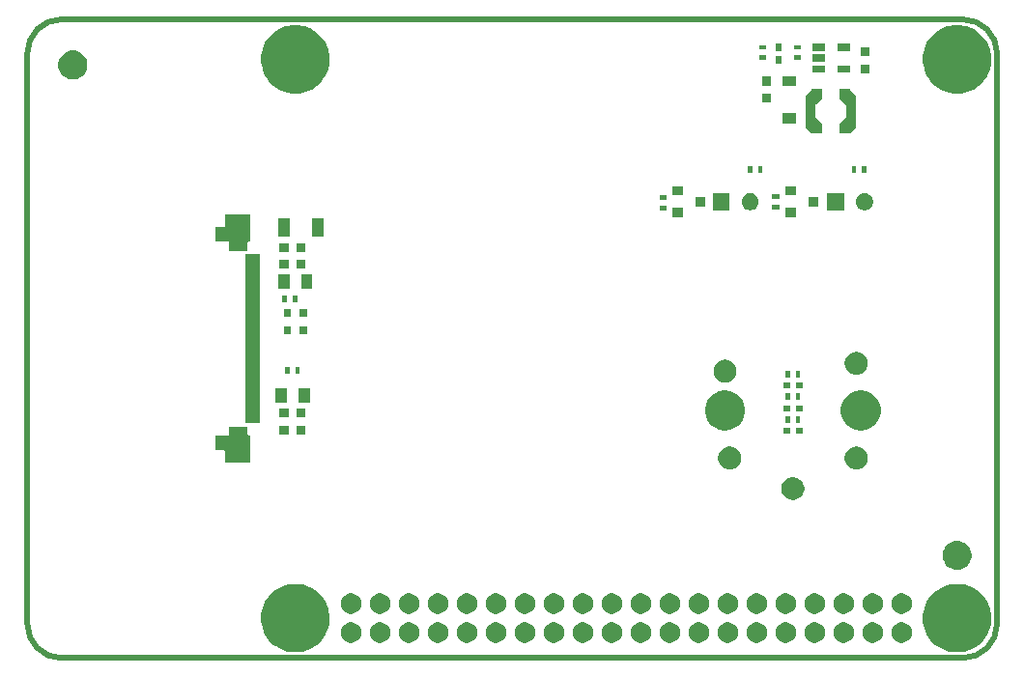
<source format=gbs>
G04 #@! TF.GenerationSoftware,KiCad,Pcbnew,5.1.6-c6e7f7d~87~ubuntu18.04.1*
G04 #@! TF.CreationDate,2020-07-27T17:04:26+02:00*
G04 #@! TF.ProjectId,DG3-MTR_GUI-PI,4447332d-4d54-4525-9f47-55492d50492e,rev?*
G04 #@! TF.SameCoordinates,PX78a3ca0PY77afa60*
G04 #@! TF.FileFunction,Soldermask,Bot*
G04 #@! TF.FilePolarity,Negative*
%FSLAX46Y46*%
G04 Gerber Fmt 4.6, Leading zero omitted, Abs format (unit mm)*
G04 Created by KiCad (PCBNEW 5.1.6-c6e7f7d~87~ubuntu18.04.1) date 2020-07-27 17:04:26*
%MOMM*%
%LPD*%
G01*
G04 APERTURE LIST*
G04 #@! TA.AperFunction,Profile*
%ADD10C,0.500000*%
G04 #@! TD*
%ADD11C,0.050000*%
G04 APERTURE END LIST*
D10*
X82000000Y0D02*
X3000000Y0D01*
X82000000Y56000000D02*
X3000000Y56000001D01*
X3000000Y0D02*
G75*
G02*
X0Y3000000I0J3000000D01*
G01*
X0Y3000000D02*
X0Y53000000D01*
X-1Y53000000D02*
G75*
G02*
X3000000Y56000001I3000001J0D01*
G01*
X82000000Y56000000D02*
G75*
G02*
X85000000Y53000000I0J-3000000D01*
G01*
X85000000Y3000000D02*
G75*
G02*
X82000000Y0I-3000000J0D01*
G01*
X85000000Y53000000D02*
X85000000Y3000000D01*
D11*
G36*
X82181870Y6423141D02*
G01*
X82375068Y6384712D01*
X82761122Y6224803D01*
X82921029Y6158568D01*
X82921033Y6158566D01*
X83168378Y5993295D01*
X83412387Y5830254D01*
X83830252Y5412389D01*
X84158566Y4921033D01*
X84384712Y4375069D01*
X84384712Y4375067D01*
X84500000Y3795476D01*
X84500000Y3204524D01*
X84445210Y2929076D01*
X84384712Y2624932D01*
X84158566Y2078967D01*
X83993295Y1831622D01*
X83830254Y1587613D01*
X83412389Y1169748D01*
X82921033Y841434D01*
X82375068Y615288D01*
X82181870Y576859D01*
X81795476Y500000D01*
X81204524Y500000D01*
X80818130Y576859D01*
X80624932Y615288D01*
X80078967Y841434D01*
X79587611Y1169748D01*
X79169748Y1587611D01*
X79169747Y1587613D01*
X79006705Y1831622D01*
X78841434Y2078967D01*
X78615288Y2624932D01*
X78554790Y2929076D01*
X78500000Y3204524D01*
X78500000Y3795476D01*
X78615288Y4375067D01*
X78615289Y4375069D01*
X78841434Y4921033D01*
X79169748Y5412389D01*
X79587611Y5830252D01*
X79587614Y5830254D01*
X79831622Y5993295D01*
X80078967Y6158566D01*
X80078972Y6158568D01*
X80238878Y6224803D01*
X80624932Y6384712D01*
X80818130Y6423141D01*
X81204524Y6500000D01*
X81795476Y6500000D01*
X82181870Y6423141D01*
G37*
G36*
X24181870Y6423142D02*
G01*
X24375068Y6384713D01*
X24921033Y6158567D01*
X24921034Y6158566D01*
X25412388Y5830254D01*
X25830253Y5412389D01*
X25876138Y5343717D01*
X26158566Y4921034D01*
X26384712Y4375069D01*
X26420274Y4196284D01*
X26500000Y3795477D01*
X26500000Y3204525D01*
X26464801Y3027570D01*
X26384712Y2624933D01*
X26257843Y2318644D01*
X26158567Y2078970D01*
X25830253Y1587613D01*
X25412388Y1169748D01*
X25168378Y1006706D01*
X24921033Y841435D01*
X24921032Y841434D01*
X24921031Y841434D01*
X24761122Y775198D01*
X24375068Y615289D01*
X24181870Y576860D01*
X23795476Y500001D01*
X23204524Y500001D01*
X22818130Y576860D01*
X22624932Y615289D01*
X22238878Y775198D01*
X22078969Y841434D01*
X22078968Y841434D01*
X22078967Y841435D01*
X21831622Y1006706D01*
X21587612Y1169748D01*
X21169747Y1587613D01*
X20841433Y2078970D01*
X20742157Y2318644D01*
X20615288Y2624933D01*
X20535199Y3027570D01*
X20500000Y3204525D01*
X20500000Y3795477D01*
X20579726Y4196284D01*
X20615288Y4375069D01*
X20841434Y4921034D01*
X21123862Y5343717D01*
X21169747Y5412389D01*
X21587612Y5830254D01*
X22078966Y6158566D01*
X22078967Y6158567D01*
X22624932Y6384713D01*
X22818130Y6423142D01*
X23204524Y6500001D01*
X23795476Y6500001D01*
X24181870Y6423142D01*
G37*
G36*
X28632520Y3095414D02*
G01*
X28796310Y3027570D01*
X28943717Y2929076D01*
X29069076Y2803717D01*
X29167570Y2656310D01*
X29167571Y2656308D01*
X29235414Y2492520D01*
X29270000Y2318644D01*
X29270000Y2141356D01*
X29257590Y2078969D01*
X29235414Y1967480D01*
X29167570Y1803690D01*
X29069076Y1656283D01*
X28943717Y1530924D01*
X28796310Y1432430D01*
X28796309Y1432429D01*
X28796308Y1432429D01*
X28632520Y1364586D01*
X28458644Y1330000D01*
X28281356Y1330000D01*
X28107480Y1364586D01*
X27943692Y1432429D01*
X27943691Y1432429D01*
X27943690Y1432430D01*
X27796283Y1530924D01*
X27670924Y1656283D01*
X27572430Y1803690D01*
X27504586Y1967480D01*
X27482410Y2078969D01*
X27470000Y2141356D01*
X27470000Y2318644D01*
X27504586Y2492520D01*
X27572429Y2656308D01*
X27572430Y2656310D01*
X27670924Y2803717D01*
X27796283Y2929076D01*
X27943690Y3027570D01*
X28107480Y3095414D01*
X28281356Y3130000D01*
X28458644Y3130000D01*
X28632520Y3095414D01*
G37*
G36*
X61652520Y3095414D02*
G01*
X61816310Y3027570D01*
X61963717Y2929076D01*
X62089076Y2803717D01*
X62187570Y2656310D01*
X62187571Y2656308D01*
X62255414Y2492520D01*
X62290000Y2318644D01*
X62290000Y2141356D01*
X62277590Y2078969D01*
X62255414Y1967480D01*
X62187570Y1803690D01*
X62089076Y1656283D01*
X61963717Y1530924D01*
X61816310Y1432430D01*
X61816309Y1432429D01*
X61816308Y1432429D01*
X61652520Y1364586D01*
X61478644Y1330000D01*
X61301356Y1330000D01*
X61127480Y1364586D01*
X60963692Y1432429D01*
X60963691Y1432429D01*
X60963690Y1432430D01*
X60816283Y1530924D01*
X60690924Y1656283D01*
X60592430Y1803690D01*
X60524586Y1967480D01*
X60502410Y2078969D01*
X60490000Y2141356D01*
X60490000Y2318644D01*
X60524586Y2492520D01*
X60592429Y2656308D01*
X60592430Y2656310D01*
X60690924Y2803717D01*
X60816283Y2929076D01*
X60963690Y3027570D01*
X61127480Y3095414D01*
X61301356Y3130000D01*
X61478644Y3130000D01*
X61652520Y3095414D01*
G37*
G36*
X38792520Y3095414D02*
G01*
X38956310Y3027570D01*
X39103717Y2929076D01*
X39229076Y2803717D01*
X39327570Y2656310D01*
X39327571Y2656308D01*
X39395414Y2492520D01*
X39430000Y2318644D01*
X39430000Y2141356D01*
X39417590Y2078969D01*
X39395414Y1967480D01*
X39327570Y1803690D01*
X39229076Y1656283D01*
X39103717Y1530924D01*
X38956310Y1432430D01*
X38956309Y1432429D01*
X38956308Y1432429D01*
X38792520Y1364586D01*
X38618644Y1330000D01*
X38441356Y1330000D01*
X38267480Y1364586D01*
X38103692Y1432429D01*
X38103691Y1432429D01*
X38103690Y1432430D01*
X37956283Y1530924D01*
X37830924Y1656283D01*
X37732430Y1803690D01*
X37664586Y1967480D01*
X37642410Y2078969D01*
X37630000Y2141356D01*
X37630000Y2318644D01*
X37664586Y2492520D01*
X37732429Y2656308D01*
X37732430Y2656310D01*
X37830924Y2803717D01*
X37956283Y2929076D01*
X38103690Y3027570D01*
X38267480Y3095414D01*
X38441356Y3130000D01*
X38618644Y3130000D01*
X38792520Y3095414D01*
G37*
G36*
X41332520Y3095414D02*
G01*
X41496310Y3027570D01*
X41643717Y2929076D01*
X41769076Y2803717D01*
X41867570Y2656310D01*
X41867571Y2656308D01*
X41935414Y2492520D01*
X41970000Y2318644D01*
X41970000Y2141356D01*
X41957590Y2078969D01*
X41935414Y1967480D01*
X41867570Y1803690D01*
X41769076Y1656283D01*
X41643717Y1530924D01*
X41496310Y1432430D01*
X41496309Y1432429D01*
X41496308Y1432429D01*
X41332520Y1364586D01*
X41158644Y1330000D01*
X40981356Y1330000D01*
X40807480Y1364586D01*
X40643692Y1432429D01*
X40643691Y1432429D01*
X40643690Y1432430D01*
X40496283Y1530924D01*
X40370924Y1656283D01*
X40272430Y1803690D01*
X40204586Y1967480D01*
X40182410Y2078969D01*
X40170000Y2141356D01*
X40170000Y2318644D01*
X40204586Y2492520D01*
X40272429Y2656308D01*
X40272430Y2656310D01*
X40370924Y2803717D01*
X40496283Y2929076D01*
X40643690Y3027570D01*
X40807480Y3095414D01*
X40981356Y3130000D01*
X41158644Y3130000D01*
X41332520Y3095414D01*
G37*
G36*
X43872520Y3095414D02*
G01*
X44036310Y3027570D01*
X44183717Y2929076D01*
X44309076Y2803717D01*
X44407570Y2656310D01*
X44407571Y2656308D01*
X44475414Y2492520D01*
X44510000Y2318644D01*
X44510000Y2141356D01*
X44497590Y2078969D01*
X44475414Y1967480D01*
X44407570Y1803690D01*
X44309076Y1656283D01*
X44183717Y1530924D01*
X44036310Y1432430D01*
X44036309Y1432429D01*
X44036308Y1432429D01*
X43872520Y1364586D01*
X43698644Y1330000D01*
X43521356Y1330000D01*
X43347480Y1364586D01*
X43183692Y1432429D01*
X43183691Y1432429D01*
X43183690Y1432430D01*
X43036283Y1530924D01*
X42910924Y1656283D01*
X42812430Y1803690D01*
X42744586Y1967480D01*
X42722410Y2078969D01*
X42710000Y2141356D01*
X42710000Y2318644D01*
X42744586Y2492520D01*
X42812429Y2656308D01*
X42812430Y2656310D01*
X42910924Y2803717D01*
X43036283Y2929076D01*
X43183690Y3027570D01*
X43347480Y3095414D01*
X43521356Y3130000D01*
X43698644Y3130000D01*
X43872520Y3095414D01*
G37*
G36*
X46412520Y3095414D02*
G01*
X46576310Y3027570D01*
X46723717Y2929076D01*
X46849076Y2803717D01*
X46947570Y2656310D01*
X46947571Y2656308D01*
X47015414Y2492520D01*
X47050000Y2318644D01*
X47050000Y2141356D01*
X47037590Y2078969D01*
X47015414Y1967480D01*
X46947570Y1803690D01*
X46849076Y1656283D01*
X46723717Y1530924D01*
X46576310Y1432430D01*
X46576309Y1432429D01*
X46576308Y1432429D01*
X46412520Y1364586D01*
X46238644Y1330000D01*
X46061356Y1330000D01*
X45887480Y1364586D01*
X45723692Y1432429D01*
X45723691Y1432429D01*
X45723690Y1432430D01*
X45576283Y1530924D01*
X45450924Y1656283D01*
X45352430Y1803690D01*
X45284586Y1967480D01*
X45262410Y2078969D01*
X45250000Y2141356D01*
X45250000Y2318644D01*
X45284586Y2492520D01*
X45352429Y2656308D01*
X45352430Y2656310D01*
X45450924Y2803717D01*
X45576283Y2929076D01*
X45723690Y3027570D01*
X45887480Y3095414D01*
X46061356Y3130000D01*
X46238644Y3130000D01*
X46412520Y3095414D01*
G37*
G36*
X48952520Y3095414D02*
G01*
X49116310Y3027570D01*
X49263717Y2929076D01*
X49389076Y2803717D01*
X49487570Y2656310D01*
X49487571Y2656308D01*
X49555414Y2492520D01*
X49590000Y2318644D01*
X49590000Y2141356D01*
X49577590Y2078969D01*
X49555414Y1967480D01*
X49487570Y1803690D01*
X49389076Y1656283D01*
X49263717Y1530924D01*
X49116310Y1432430D01*
X49116309Y1432429D01*
X49116308Y1432429D01*
X48952520Y1364586D01*
X48778644Y1330000D01*
X48601356Y1330000D01*
X48427480Y1364586D01*
X48263692Y1432429D01*
X48263691Y1432429D01*
X48263690Y1432430D01*
X48116283Y1530924D01*
X47990924Y1656283D01*
X47892430Y1803690D01*
X47824586Y1967480D01*
X47802410Y2078969D01*
X47790000Y2141356D01*
X47790000Y2318644D01*
X47824586Y2492520D01*
X47892429Y2656308D01*
X47892430Y2656310D01*
X47990924Y2803717D01*
X48116283Y2929076D01*
X48263690Y3027570D01*
X48427480Y3095414D01*
X48601356Y3130000D01*
X48778644Y3130000D01*
X48952520Y3095414D01*
G37*
G36*
X51492520Y3095414D02*
G01*
X51656310Y3027570D01*
X51803717Y2929076D01*
X51929076Y2803717D01*
X52027570Y2656310D01*
X52027571Y2656308D01*
X52095414Y2492520D01*
X52130000Y2318644D01*
X52130000Y2141356D01*
X52117590Y2078969D01*
X52095414Y1967480D01*
X52027570Y1803690D01*
X51929076Y1656283D01*
X51803717Y1530924D01*
X51656310Y1432430D01*
X51656309Y1432429D01*
X51656308Y1432429D01*
X51492520Y1364586D01*
X51318644Y1330000D01*
X51141356Y1330000D01*
X50967480Y1364586D01*
X50803692Y1432429D01*
X50803691Y1432429D01*
X50803690Y1432430D01*
X50656283Y1530924D01*
X50530924Y1656283D01*
X50432430Y1803690D01*
X50364586Y1967480D01*
X50342410Y2078969D01*
X50330000Y2141356D01*
X50330000Y2318644D01*
X50364586Y2492520D01*
X50432429Y2656308D01*
X50432430Y2656310D01*
X50530924Y2803717D01*
X50656283Y2929076D01*
X50803690Y3027570D01*
X50967480Y3095414D01*
X51141356Y3130000D01*
X51318644Y3130000D01*
X51492520Y3095414D01*
G37*
G36*
X54032520Y3095414D02*
G01*
X54196310Y3027570D01*
X54343717Y2929076D01*
X54469076Y2803717D01*
X54567570Y2656310D01*
X54567571Y2656308D01*
X54635414Y2492520D01*
X54670000Y2318644D01*
X54670000Y2141356D01*
X54657590Y2078969D01*
X54635414Y1967480D01*
X54567570Y1803690D01*
X54469076Y1656283D01*
X54343717Y1530924D01*
X54196310Y1432430D01*
X54196309Y1432429D01*
X54196308Y1432429D01*
X54032520Y1364586D01*
X53858644Y1330000D01*
X53681356Y1330000D01*
X53507480Y1364586D01*
X53343692Y1432429D01*
X53343691Y1432429D01*
X53343690Y1432430D01*
X53196283Y1530924D01*
X53070924Y1656283D01*
X52972430Y1803690D01*
X52904586Y1967480D01*
X52882410Y2078969D01*
X52870000Y2141356D01*
X52870000Y2318644D01*
X52904586Y2492520D01*
X52972429Y2656308D01*
X52972430Y2656310D01*
X53070924Y2803717D01*
X53196283Y2929076D01*
X53343690Y3027570D01*
X53507480Y3095414D01*
X53681356Y3130000D01*
X53858644Y3130000D01*
X54032520Y3095414D01*
G37*
G36*
X56572520Y3095414D02*
G01*
X56736310Y3027570D01*
X56883717Y2929076D01*
X57009076Y2803717D01*
X57107570Y2656310D01*
X57107571Y2656308D01*
X57175414Y2492520D01*
X57210000Y2318644D01*
X57210000Y2141356D01*
X57197590Y2078969D01*
X57175414Y1967480D01*
X57107570Y1803690D01*
X57009076Y1656283D01*
X56883717Y1530924D01*
X56736310Y1432430D01*
X56736309Y1432429D01*
X56736308Y1432429D01*
X56572520Y1364586D01*
X56398644Y1330000D01*
X56221356Y1330000D01*
X56047480Y1364586D01*
X55883692Y1432429D01*
X55883691Y1432429D01*
X55883690Y1432430D01*
X55736283Y1530924D01*
X55610924Y1656283D01*
X55512430Y1803690D01*
X55444586Y1967480D01*
X55422410Y2078969D01*
X55410000Y2141356D01*
X55410000Y2318644D01*
X55444586Y2492520D01*
X55512429Y2656308D01*
X55512430Y2656310D01*
X55610924Y2803717D01*
X55736283Y2929076D01*
X55883690Y3027570D01*
X56047480Y3095414D01*
X56221356Y3130000D01*
X56398644Y3130000D01*
X56572520Y3095414D01*
G37*
G36*
X59112520Y3095414D02*
G01*
X59276310Y3027570D01*
X59423717Y2929076D01*
X59549076Y2803717D01*
X59647570Y2656310D01*
X59647571Y2656308D01*
X59715414Y2492520D01*
X59750000Y2318644D01*
X59750000Y2141356D01*
X59737590Y2078969D01*
X59715414Y1967480D01*
X59647570Y1803690D01*
X59549076Y1656283D01*
X59423717Y1530924D01*
X59276310Y1432430D01*
X59276309Y1432429D01*
X59276308Y1432429D01*
X59112520Y1364586D01*
X58938644Y1330000D01*
X58761356Y1330000D01*
X58587480Y1364586D01*
X58423692Y1432429D01*
X58423691Y1432429D01*
X58423690Y1432430D01*
X58276283Y1530924D01*
X58150924Y1656283D01*
X58052430Y1803690D01*
X57984586Y1967480D01*
X57962410Y2078969D01*
X57950000Y2141356D01*
X57950000Y2318644D01*
X57984586Y2492520D01*
X58052429Y2656308D01*
X58052430Y2656310D01*
X58150924Y2803717D01*
X58276283Y2929076D01*
X58423690Y3027570D01*
X58587480Y3095414D01*
X58761356Y3130000D01*
X58938644Y3130000D01*
X59112520Y3095414D01*
G37*
G36*
X64192520Y3095414D02*
G01*
X64356310Y3027570D01*
X64503717Y2929076D01*
X64629076Y2803717D01*
X64727570Y2656310D01*
X64727571Y2656308D01*
X64795414Y2492520D01*
X64830000Y2318644D01*
X64830000Y2141356D01*
X64817590Y2078969D01*
X64795414Y1967480D01*
X64727570Y1803690D01*
X64629076Y1656283D01*
X64503717Y1530924D01*
X64356310Y1432430D01*
X64356309Y1432429D01*
X64356308Y1432429D01*
X64192520Y1364586D01*
X64018644Y1330000D01*
X63841356Y1330000D01*
X63667480Y1364586D01*
X63503692Y1432429D01*
X63503691Y1432429D01*
X63503690Y1432430D01*
X63356283Y1530924D01*
X63230924Y1656283D01*
X63132430Y1803690D01*
X63064586Y1967480D01*
X63042410Y2078969D01*
X63030000Y2141356D01*
X63030000Y2318644D01*
X63064586Y2492520D01*
X63132429Y2656308D01*
X63132430Y2656310D01*
X63230924Y2803717D01*
X63356283Y2929076D01*
X63503690Y3027570D01*
X63667480Y3095414D01*
X63841356Y3130000D01*
X64018644Y3130000D01*
X64192520Y3095414D01*
G37*
G36*
X66732520Y3095414D02*
G01*
X66896310Y3027570D01*
X67043717Y2929076D01*
X67169076Y2803717D01*
X67267570Y2656310D01*
X67267571Y2656308D01*
X67335414Y2492520D01*
X67370000Y2318644D01*
X67370000Y2141356D01*
X67357590Y2078969D01*
X67335414Y1967480D01*
X67267570Y1803690D01*
X67169076Y1656283D01*
X67043717Y1530924D01*
X66896310Y1432430D01*
X66896309Y1432429D01*
X66896308Y1432429D01*
X66732520Y1364586D01*
X66558644Y1330000D01*
X66381356Y1330000D01*
X66207480Y1364586D01*
X66043692Y1432429D01*
X66043691Y1432429D01*
X66043690Y1432430D01*
X65896283Y1530924D01*
X65770924Y1656283D01*
X65672430Y1803690D01*
X65604586Y1967480D01*
X65582410Y2078969D01*
X65570000Y2141356D01*
X65570000Y2318644D01*
X65604586Y2492520D01*
X65672429Y2656308D01*
X65672430Y2656310D01*
X65770924Y2803717D01*
X65896283Y2929076D01*
X66043690Y3027570D01*
X66207480Y3095414D01*
X66381356Y3130000D01*
X66558644Y3130000D01*
X66732520Y3095414D01*
G37*
G36*
X69272520Y3095414D02*
G01*
X69436310Y3027570D01*
X69583717Y2929076D01*
X69709076Y2803717D01*
X69807570Y2656310D01*
X69807571Y2656308D01*
X69875414Y2492520D01*
X69910000Y2318644D01*
X69910000Y2141356D01*
X69897590Y2078969D01*
X69875414Y1967480D01*
X69807570Y1803690D01*
X69709076Y1656283D01*
X69583717Y1530924D01*
X69436310Y1432430D01*
X69436309Y1432429D01*
X69436308Y1432429D01*
X69272520Y1364586D01*
X69098644Y1330000D01*
X68921356Y1330000D01*
X68747480Y1364586D01*
X68583692Y1432429D01*
X68583691Y1432429D01*
X68583690Y1432430D01*
X68436283Y1530924D01*
X68310924Y1656283D01*
X68212430Y1803690D01*
X68144586Y1967480D01*
X68122410Y2078969D01*
X68110000Y2141356D01*
X68110000Y2318644D01*
X68144586Y2492520D01*
X68212429Y2656308D01*
X68212430Y2656310D01*
X68310924Y2803717D01*
X68436283Y2929076D01*
X68583690Y3027570D01*
X68747480Y3095414D01*
X68921356Y3130000D01*
X69098644Y3130000D01*
X69272520Y3095414D01*
G37*
G36*
X71812520Y3095414D02*
G01*
X71976310Y3027570D01*
X72123717Y2929076D01*
X72249076Y2803717D01*
X72347570Y2656310D01*
X72347571Y2656308D01*
X72415414Y2492520D01*
X72450000Y2318644D01*
X72450000Y2141356D01*
X72437590Y2078969D01*
X72415414Y1967480D01*
X72347570Y1803690D01*
X72249076Y1656283D01*
X72123717Y1530924D01*
X71976310Y1432430D01*
X71976309Y1432429D01*
X71976308Y1432429D01*
X71812520Y1364586D01*
X71638644Y1330000D01*
X71461356Y1330000D01*
X71287480Y1364586D01*
X71123692Y1432429D01*
X71123691Y1432429D01*
X71123690Y1432430D01*
X70976283Y1530924D01*
X70850924Y1656283D01*
X70752430Y1803690D01*
X70684586Y1967480D01*
X70662410Y2078969D01*
X70650000Y2141356D01*
X70650000Y2318644D01*
X70684586Y2492520D01*
X70752429Y2656308D01*
X70752430Y2656310D01*
X70850924Y2803717D01*
X70976283Y2929076D01*
X71123690Y3027570D01*
X71287480Y3095414D01*
X71461356Y3130000D01*
X71638644Y3130000D01*
X71812520Y3095414D01*
G37*
G36*
X74352520Y3095414D02*
G01*
X74516310Y3027570D01*
X74663717Y2929076D01*
X74789076Y2803717D01*
X74887570Y2656310D01*
X74887571Y2656308D01*
X74955414Y2492520D01*
X74990000Y2318644D01*
X74990000Y2141356D01*
X74977590Y2078969D01*
X74955414Y1967480D01*
X74887570Y1803690D01*
X74789076Y1656283D01*
X74663717Y1530924D01*
X74516310Y1432430D01*
X74516309Y1432429D01*
X74516308Y1432429D01*
X74352520Y1364586D01*
X74178644Y1330000D01*
X74001356Y1330000D01*
X73827480Y1364586D01*
X73663692Y1432429D01*
X73663691Y1432429D01*
X73663690Y1432430D01*
X73516283Y1530924D01*
X73390924Y1656283D01*
X73292430Y1803690D01*
X73224586Y1967480D01*
X73202410Y2078969D01*
X73190000Y2141356D01*
X73190000Y2318644D01*
X73224586Y2492520D01*
X73292429Y2656308D01*
X73292430Y2656310D01*
X73390924Y2803717D01*
X73516283Y2929076D01*
X73663690Y3027570D01*
X73827480Y3095414D01*
X74001356Y3130000D01*
X74178644Y3130000D01*
X74352520Y3095414D01*
G37*
G36*
X76892520Y3095414D02*
G01*
X77056310Y3027570D01*
X77203717Y2929076D01*
X77329076Y2803717D01*
X77427570Y2656310D01*
X77427571Y2656308D01*
X77495414Y2492520D01*
X77530000Y2318644D01*
X77530000Y2141356D01*
X77517590Y2078969D01*
X77495414Y1967480D01*
X77427570Y1803690D01*
X77329076Y1656283D01*
X77203717Y1530924D01*
X77056310Y1432430D01*
X77056309Y1432429D01*
X77056308Y1432429D01*
X76892520Y1364586D01*
X76718644Y1330000D01*
X76541356Y1330000D01*
X76367480Y1364586D01*
X76203692Y1432429D01*
X76203691Y1432429D01*
X76203690Y1432430D01*
X76056283Y1530924D01*
X75930924Y1656283D01*
X75832430Y1803690D01*
X75764586Y1967480D01*
X75742410Y2078969D01*
X75730000Y2141356D01*
X75730000Y2318644D01*
X75764586Y2492520D01*
X75832429Y2656308D01*
X75832430Y2656310D01*
X75930924Y2803717D01*
X76056283Y2929076D01*
X76203690Y3027570D01*
X76367480Y3095414D01*
X76541356Y3130000D01*
X76718644Y3130000D01*
X76892520Y3095414D01*
G37*
G36*
X33712520Y3095414D02*
G01*
X33876310Y3027570D01*
X34023717Y2929076D01*
X34149076Y2803717D01*
X34247570Y2656310D01*
X34247571Y2656308D01*
X34315414Y2492520D01*
X34350000Y2318644D01*
X34350000Y2141356D01*
X34337590Y2078969D01*
X34315414Y1967480D01*
X34247570Y1803690D01*
X34149076Y1656283D01*
X34023717Y1530924D01*
X33876310Y1432430D01*
X33876309Y1432429D01*
X33876308Y1432429D01*
X33712520Y1364586D01*
X33538644Y1330000D01*
X33361356Y1330000D01*
X33187480Y1364586D01*
X33023692Y1432429D01*
X33023691Y1432429D01*
X33023690Y1432430D01*
X32876283Y1530924D01*
X32750924Y1656283D01*
X32652430Y1803690D01*
X32584586Y1967480D01*
X32562410Y2078969D01*
X32550000Y2141356D01*
X32550000Y2318644D01*
X32584586Y2492520D01*
X32652429Y2656308D01*
X32652430Y2656310D01*
X32750924Y2803717D01*
X32876283Y2929076D01*
X33023690Y3027570D01*
X33187480Y3095414D01*
X33361356Y3130000D01*
X33538644Y3130000D01*
X33712520Y3095414D01*
G37*
G36*
X31172520Y3095414D02*
G01*
X31336310Y3027570D01*
X31483717Y2929076D01*
X31609076Y2803717D01*
X31707570Y2656310D01*
X31707571Y2656308D01*
X31775414Y2492520D01*
X31810000Y2318644D01*
X31810000Y2141356D01*
X31797590Y2078969D01*
X31775414Y1967480D01*
X31707570Y1803690D01*
X31609076Y1656283D01*
X31483717Y1530924D01*
X31336310Y1432430D01*
X31336309Y1432429D01*
X31336308Y1432429D01*
X31172520Y1364586D01*
X30998644Y1330000D01*
X30821356Y1330000D01*
X30647480Y1364586D01*
X30483692Y1432429D01*
X30483691Y1432429D01*
X30483690Y1432430D01*
X30336283Y1530924D01*
X30210924Y1656283D01*
X30112430Y1803690D01*
X30044586Y1967480D01*
X30022410Y2078969D01*
X30010000Y2141356D01*
X30010000Y2318644D01*
X30044586Y2492520D01*
X30112429Y2656308D01*
X30112430Y2656310D01*
X30210924Y2803717D01*
X30336283Y2929076D01*
X30483690Y3027570D01*
X30647480Y3095414D01*
X30821356Y3130000D01*
X30998644Y3130000D01*
X31172520Y3095414D01*
G37*
G36*
X36252520Y3095414D02*
G01*
X36416310Y3027570D01*
X36563717Y2929076D01*
X36689076Y2803717D01*
X36787570Y2656310D01*
X36787571Y2656308D01*
X36855414Y2492520D01*
X36890000Y2318644D01*
X36890000Y2141356D01*
X36877590Y2078969D01*
X36855414Y1967480D01*
X36787570Y1803690D01*
X36689076Y1656283D01*
X36563717Y1530924D01*
X36416310Y1432430D01*
X36416309Y1432429D01*
X36416308Y1432429D01*
X36252520Y1364586D01*
X36078644Y1330000D01*
X35901356Y1330000D01*
X35727480Y1364586D01*
X35563692Y1432429D01*
X35563691Y1432429D01*
X35563690Y1432430D01*
X35416283Y1530924D01*
X35290924Y1656283D01*
X35192430Y1803690D01*
X35124586Y1967480D01*
X35102410Y2078969D01*
X35090000Y2141356D01*
X35090000Y2318644D01*
X35124586Y2492520D01*
X35192429Y2656308D01*
X35192430Y2656310D01*
X35290924Y2803717D01*
X35416283Y2929076D01*
X35563690Y3027570D01*
X35727480Y3095414D01*
X35901356Y3130000D01*
X36078644Y3130000D01*
X36252520Y3095414D01*
G37*
G36*
X54032520Y5635414D02*
G01*
X54196310Y5567570D01*
X54343717Y5469076D01*
X54469076Y5343717D01*
X54567570Y5196310D01*
X54635414Y5032520D01*
X54670000Y4858642D01*
X54670000Y4681358D01*
X54635414Y4507480D01*
X54567570Y4343690D01*
X54469076Y4196283D01*
X54343717Y4070924D01*
X54196310Y3972430D01*
X54196309Y3972429D01*
X54196308Y3972429D01*
X54032520Y3904586D01*
X53858644Y3870000D01*
X53681356Y3870000D01*
X53507480Y3904586D01*
X53343692Y3972429D01*
X53343691Y3972429D01*
X53343690Y3972430D01*
X53196283Y4070924D01*
X53070924Y4196283D01*
X52972430Y4343690D01*
X52904586Y4507480D01*
X52870000Y4681358D01*
X52870000Y4858642D01*
X52904586Y5032520D01*
X52972430Y5196310D01*
X53070924Y5343717D01*
X53196283Y5469076D01*
X53343690Y5567570D01*
X53507480Y5635414D01*
X53681356Y5670000D01*
X53858644Y5670000D01*
X54032520Y5635414D01*
G37*
G36*
X56572520Y5635414D02*
G01*
X56736310Y5567570D01*
X56883717Y5469076D01*
X57009076Y5343717D01*
X57107570Y5196310D01*
X57175414Y5032520D01*
X57210000Y4858642D01*
X57210000Y4681358D01*
X57175414Y4507480D01*
X57107570Y4343690D01*
X57009076Y4196283D01*
X56883717Y4070924D01*
X56736310Y3972430D01*
X56736309Y3972429D01*
X56736308Y3972429D01*
X56572520Y3904586D01*
X56398644Y3870000D01*
X56221356Y3870000D01*
X56047480Y3904586D01*
X55883692Y3972429D01*
X55883691Y3972429D01*
X55883690Y3972430D01*
X55736283Y4070924D01*
X55610924Y4196283D01*
X55512430Y4343690D01*
X55444586Y4507480D01*
X55410000Y4681358D01*
X55410000Y4858642D01*
X55444586Y5032520D01*
X55512430Y5196310D01*
X55610924Y5343717D01*
X55736283Y5469076D01*
X55883690Y5567570D01*
X56047480Y5635414D01*
X56221356Y5670000D01*
X56398644Y5670000D01*
X56572520Y5635414D01*
G37*
G36*
X59112520Y5635414D02*
G01*
X59276310Y5567570D01*
X59423717Y5469076D01*
X59549076Y5343717D01*
X59647570Y5196310D01*
X59715414Y5032520D01*
X59750000Y4858642D01*
X59750000Y4681358D01*
X59715414Y4507480D01*
X59647570Y4343690D01*
X59549076Y4196283D01*
X59423717Y4070924D01*
X59276310Y3972430D01*
X59276309Y3972429D01*
X59276308Y3972429D01*
X59112520Y3904586D01*
X58938644Y3870000D01*
X58761356Y3870000D01*
X58587480Y3904586D01*
X58423692Y3972429D01*
X58423691Y3972429D01*
X58423690Y3972430D01*
X58276283Y4070924D01*
X58150924Y4196283D01*
X58052430Y4343690D01*
X57984586Y4507480D01*
X57950000Y4681358D01*
X57950000Y4858642D01*
X57984586Y5032520D01*
X58052430Y5196310D01*
X58150924Y5343717D01*
X58276283Y5469076D01*
X58423690Y5567570D01*
X58587480Y5635414D01*
X58761356Y5670000D01*
X58938644Y5670000D01*
X59112520Y5635414D01*
G37*
G36*
X61652520Y5635414D02*
G01*
X61816310Y5567570D01*
X61963717Y5469076D01*
X62089076Y5343717D01*
X62187570Y5196310D01*
X62255414Y5032520D01*
X62290000Y4858642D01*
X62290000Y4681358D01*
X62255414Y4507480D01*
X62187570Y4343690D01*
X62089076Y4196283D01*
X61963717Y4070924D01*
X61816310Y3972430D01*
X61816309Y3972429D01*
X61816308Y3972429D01*
X61652520Y3904586D01*
X61478644Y3870000D01*
X61301356Y3870000D01*
X61127480Y3904586D01*
X60963692Y3972429D01*
X60963691Y3972429D01*
X60963690Y3972430D01*
X60816283Y4070924D01*
X60690924Y4196283D01*
X60592430Y4343690D01*
X60524586Y4507480D01*
X60490000Y4681358D01*
X60490000Y4858642D01*
X60524586Y5032520D01*
X60592430Y5196310D01*
X60690924Y5343717D01*
X60816283Y5469076D01*
X60963690Y5567570D01*
X61127480Y5635414D01*
X61301356Y5670000D01*
X61478644Y5670000D01*
X61652520Y5635414D01*
G37*
G36*
X64192520Y5635414D02*
G01*
X64356310Y5567570D01*
X64503717Y5469076D01*
X64629076Y5343717D01*
X64727570Y5196310D01*
X64795414Y5032520D01*
X64830000Y4858642D01*
X64830000Y4681358D01*
X64795414Y4507480D01*
X64727570Y4343690D01*
X64629076Y4196283D01*
X64503717Y4070924D01*
X64356310Y3972430D01*
X64356309Y3972429D01*
X64356308Y3972429D01*
X64192520Y3904586D01*
X64018644Y3870000D01*
X63841356Y3870000D01*
X63667480Y3904586D01*
X63503692Y3972429D01*
X63503691Y3972429D01*
X63503690Y3972430D01*
X63356283Y4070924D01*
X63230924Y4196283D01*
X63132430Y4343690D01*
X63064586Y4507480D01*
X63030000Y4681358D01*
X63030000Y4858642D01*
X63064586Y5032520D01*
X63132430Y5196310D01*
X63230924Y5343717D01*
X63356283Y5469076D01*
X63503690Y5567570D01*
X63667480Y5635414D01*
X63841356Y5670000D01*
X64018644Y5670000D01*
X64192520Y5635414D01*
G37*
G36*
X66732520Y5635414D02*
G01*
X66896310Y5567570D01*
X67043717Y5469076D01*
X67169076Y5343717D01*
X67267570Y5196310D01*
X67335414Y5032520D01*
X67370000Y4858642D01*
X67370000Y4681358D01*
X67335414Y4507480D01*
X67267570Y4343690D01*
X67169076Y4196283D01*
X67043717Y4070924D01*
X66896310Y3972430D01*
X66896309Y3972429D01*
X66896308Y3972429D01*
X66732520Y3904586D01*
X66558644Y3870000D01*
X66381356Y3870000D01*
X66207480Y3904586D01*
X66043692Y3972429D01*
X66043691Y3972429D01*
X66043690Y3972430D01*
X65896283Y4070924D01*
X65770924Y4196283D01*
X65672430Y4343690D01*
X65604586Y4507480D01*
X65570000Y4681358D01*
X65570000Y4858642D01*
X65604586Y5032520D01*
X65672430Y5196310D01*
X65770924Y5343717D01*
X65896283Y5469076D01*
X66043690Y5567570D01*
X66207480Y5635414D01*
X66381356Y5670000D01*
X66558644Y5670000D01*
X66732520Y5635414D01*
G37*
G36*
X69272520Y5635414D02*
G01*
X69436310Y5567570D01*
X69583717Y5469076D01*
X69709076Y5343717D01*
X69807570Y5196310D01*
X69875414Y5032520D01*
X69910000Y4858642D01*
X69910000Y4681358D01*
X69875414Y4507480D01*
X69807570Y4343690D01*
X69709076Y4196283D01*
X69583717Y4070924D01*
X69436310Y3972430D01*
X69436309Y3972429D01*
X69436308Y3972429D01*
X69272520Y3904586D01*
X69098644Y3870000D01*
X68921356Y3870000D01*
X68747480Y3904586D01*
X68583692Y3972429D01*
X68583691Y3972429D01*
X68583690Y3972430D01*
X68436283Y4070924D01*
X68310924Y4196283D01*
X68212430Y4343690D01*
X68144586Y4507480D01*
X68110000Y4681358D01*
X68110000Y4858642D01*
X68144586Y5032520D01*
X68212430Y5196310D01*
X68310924Y5343717D01*
X68436283Y5469076D01*
X68583690Y5567570D01*
X68747480Y5635414D01*
X68921356Y5670000D01*
X69098644Y5670000D01*
X69272520Y5635414D01*
G37*
G36*
X71812520Y5635414D02*
G01*
X71976310Y5567570D01*
X72123717Y5469076D01*
X72249076Y5343717D01*
X72347570Y5196310D01*
X72415414Y5032520D01*
X72450000Y4858642D01*
X72450000Y4681358D01*
X72415414Y4507480D01*
X72347570Y4343690D01*
X72249076Y4196283D01*
X72123717Y4070924D01*
X71976310Y3972430D01*
X71976309Y3972429D01*
X71976308Y3972429D01*
X71812520Y3904586D01*
X71638644Y3870000D01*
X71461356Y3870000D01*
X71287480Y3904586D01*
X71123692Y3972429D01*
X71123691Y3972429D01*
X71123690Y3972430D01*
X70976283Y4070924D01*
X70850924Y4196283D01*
X70752430Y4343690D01*
X70684586Y4507480D01*
X70650000Y4681358D01*
X70650000Y4858642D01*
X70684586Y5032520D01*
X70752430Y5196310D01*
X70850924Y5343717D01*
X70976283Y5469076D01*
X71123690Y5567570D01*
X71287480Y5635414D01*
X71461356Y5670000D01*
X71638644Y5670000D01*
X71812520Y5635414D01*
G37*
G36*
X74352520Y5635414D02*
G01*
X74516310Y5567570D01*
X74663717Y5469076D01*
X74789076Y5343717D01*
X74887570Y5196310D01*
X74955414Y5032520D01*
X74990000Y4858642D01*
X74990000Y4681358D01*
X74955414Y4507480D01*
X74887570Y4343690D01*
X74789076Y4196283D01*
X74663717Y4070924D01*
X74516310Y3972430D01*
X74516309Y3972429D01*
X74516308Y3972429D01*
X74352520Y3904586D01*
X74178644Y3870000D01*
X74001356Y3870000D01*
X73827480Y3904586D01*
X73663692Y3972429D01*
X73663691Y3972429D01*
X73663690Y3972430D01*
X73516283Y4070924D01*
X73390924Y4196283D01*
X73292430Y4343690D01*
X73224586Y4507480D01*
X73190000Y4681358D01*
X73190000Y4858642D01*
X73224586Y5032520D01*
X73292430Y5196310D01*
X73390924Y5343717D01*
X73516283Y5469076D01*
X73663690Y5567570D01*
X73827480Y5635414D01*
X74001356Y5670000D01*
X74178644Y5670000D01*
X74352520Y5635414D01*
G37*
G36*
X76892520Y5635414D02*
G01*
X77056310Y5567570D01*
X77203717Y5469076D01*
X77329076Y5343717D01*
X77427570Y5196310D01*
X77495414Y5032520D01*
X77530000Y4858642D01*
X77530000Y4681358D01*
X77495414Y4507480D01*
X77427570Y4343690D01*
X77329076Y4196283D01*
X77203717Y4070924D01*
X77056310Y3972430D01*
X77056309Y3972429D01*
X77056308Y3972429D01*
X76892520Y3904586D01*
X76718644Y3870000D01*
X76541356Y3870000D01*
X76367480Y3904586D01*
X76203692Y3972429D01*
X76203691Y3972429D01*
X76203690Y3972430D01*
X76056283Y4070924D01*
X75930924Y4196283D01*
X75832430Y4343690D01*
X75764586Y4507480D01*
X75730000Y4681358D01*
X75730000Y4858642D01*
X75764586Y5032520D01*
X75832430Y5196310D01*
X75930924Y5343717D01*
X76056283Y5469076D01*
X76203690Y5567570D01*
X76367480Y5635414D01*
X76541356Y5670000D01*
X76718644Y5670000D01*
X76892520Y5635414D01*
G37*
G36*
X48952520Y5635414D02*
G01*
X49116310Y5567570D01*
X49263717Y5469076D01*
X49389076Y5343717D01*
X49487570Y5196310D01*
X49555414Y5032520D01*
X49590000Y4858642D01*
X49590000Y4681358D01*
X49555414Y4507480D01*
X49487570Y4343690D01*
X49389076Y4196283D01*
X49263717Y4070924D01*
X49116310Y3972430D01*
X49116309Y3972429D01*
X49116308Y3972429D01*
X48952520Y3904586D01*
X48778644Y3870000D01*
X48601356Y3870000D01*
X48427480Y3904586D01*
X48263692Y3972429D01*
X48263691Y3972429D01*
X48263690Y3972430D01*
X48116283Y4070924D01*
X47990924Y4196283D01*
X47892430Y4343690D01*
X47824586Y4507480D01*
X47790000Y4681358D01*
X47790000Y4858642D01*
X47824586Y5032520D01*
X47892430Y5196310D01*
X47990924Y5343717D01*
X48116283Y5469076D01*
X48263690Y5567570D01*
X48427480Y5635414D01*
X48601356Y5670000D01*
X48778644Y5670000D01*
X48952520Y5635414D01*
G37*
G36*
X46412520Y5635414D02*
G01*
X46576310Y5567570D01*
X46723717Y5469076D01*
X46849076Y5343717D01*
X46947570Y5196310D01*
X47015414Y5032520D01*
X47050000Y4858642D01*
X47050000Y4681358D01*
X47015414Y4507480D01*
X46947570Y4343690D01*
X46849076Y4196283D01*
X46723717Y4070924D01*
X46576310Y3972430D01*
X46576309Y3972429D01*
X46576308Y3972429D01*
X46412520Y3904586D01*
X46238644Y3870000D01*
X46061356Y3870000D01*
X45887480Y3904586D01*
X45723692Y3972429D01*
X45723691Y3972429D01*
X45723690Y3972430D01*
X45576283Y4070924D01*
X45450924Y4196283D01*
X45352430Y4343690D01*
X45284586Y4507480D01*
X45250000Y4681358D01*
X45250000Y4858642D01*
X45284586Y5032520D01*
X45352430Y5196310D01*
X45450924Y5343717D01*
X45576283Y5469076D01*
X45723690Y5567570D01*
X45887480Y5635414D01*
X46061356Y5670000D01*
X46238644Y5670000D01*
X46412520Y5635414D01*
G37*
G36*
X43872520Y5635414D02*
G01*
X44036310Y5567570D01*
X44183717Y5469076D01*
X44309076Y5343717D01*
X44407570Y5196310D01*
X44475414Y5032520D01*
X44510000Y4858642D01*
X44510000Y4681358D01*
X44475414Y4507480D01*
X44407570Y4343690D01*
X44309076Y4196283D01*
X44183717Y4070924D01*
X44036310Y3972430D01*
X44036309Y3972429D01*
X44036308Y3972429D01*
X43872520Y3904586D01*
X43698644Y3870000D01*
X43521356Y3870000D01*
X43347480Y3904586D01*
X43183692Y3972429D01*
X43183691Y3972429D01*
X43183690Y3972430D01*
X43036283Y4070924D01*
X42910924Y4196283D01*
X42812430Y4343690D01*
X42744586Y4507480D01*
X42710000Y4681358D01*
X42710000Y4858642D01*
X42744586Y5032520D01*
X42812430Y5196310D01*
X42910924Y5343717D01*
X43036283Y5469076D01*
X43183690Y5567570D01*
X43347480Y5635414D01*
X43521356Y5670000D01*
X43698644Y5670000D01*
X43872520Y5635414D01*
G37*
G36*
X31172520Y5635414D02*
G01*
X31336310Y5567570D01*
X31483717Y5469076D01*
X31609076Y5343717D01*
X31707570Y5196310D01*
X31775414Y5032520D01*
X31810000Y4858642D01*
X31810000Y4681358D01*
X31775414Y4507480D01*
X31707570Y4343690D01*
X31609076Y4196283D01*
X31483717Y4070924D01*
X31336310Y3972430D01*
X31336309Y3972429D01*
X31336308Y3972429D01*
X31172520Y3904586D01*
X30998644Y3870000D01*
X30821356Y3870000D01*
X30647480Y3904586D01*
X30483692Y3972429D01*
X30483691Y3972429D01*
X30483690Y3972430D01*
X30336283Y4070924D01*
X30210924Y4196283D01*
X30112430Y4343690D01*
X30044586Y4507480D01*
X30010000Y4681358D01*
X30010000Y4858642D01*
X30044586Y5032520D01*
X30112430Y5196310D01*
X30210924Y5343717D01*
X30336283Y5469076D01*
X30483690Y5567570D01*
X30647480Y5635414D01*
X30821356Y5670000D01*
X30998644Y5670000D01*
X31172520Y5635414D01*
G37*
G36*
X41332520Y5635414D02*
G01*
X41496310Y5567570D01*
X41643717Y5469076D01*
X41769076Y5343717D01*
X41867570Y5196310D01*
X41935414Y5032520D01*
X41970000Y4858642D01*
X41970000Y4681358D01*
X41935414Y4507480D01*
X41867570Y4343690D01*
X41769076Y4196283D01*
X41643717Y4070924D01*
X41496310Y3972430D01*
X41496309Y3972429D01*
X41496308Y3972429D01*
X41332520Y3904586D01*
X41158644Y3870000D01*
X40981356Y3870000D01*
X40807480Y3904586D01*
X40643692Y3972429D01*
X40643691Y3972429D01*
X40643690Y3972430D01*
X40496283Y4070924D01*
X40370924Y4196283D01*
X40272430Y4343690D01*
X40204586Y4507480D01*
X40170000Y4681358D01*
X40170000Y4858642D01*
X40204586Y5032520D01*
X40272430Y5196310D01*
X40370924Y5343717D01*
X40496283Y5469076D01*
X40643690Y5567570D01*
X40807480Y5635414D01*
X40981356Y5670000D01*
X41158644Y5670000D01*
X41332520Y5635414D01*
G37*
G36*
X33712520Y5635414D02*
G01*
X33876310Y5567570D01*
X34023717Y5469076D01*
X34149076Y5343717D01*
X34247570Y5196310D01*
X34315414Y5032520D01*
X34350000Y4858642D01*
X34350000Y4681358D01*
X34315414Y4507480D01*
X34247570Y4343690D01*
X34149076Y4196283D01*
X34023717Y4070924D01*
X33876310Y3972430D01*
X33876309Y3972429D01*
X33876308Y3972429D01*
X33712520Y3904586D01*
X33538644Y3870000D01*
X33361356Y3870000D01*
X33187480Y3904586D01*
X33023692Y3972429D01*
X33023691Y3972429D01*
X33023690Y3972430D01*
X32876283Y4070924D01*
X32750924Y4196283D01*
X32652430Y4343690D01*
X32584586Y4507480D01*
X32550000Y4681358D01*
X32550000Y4858642D01*
X32584586Y5032520D01*
X32652430Y5196310D01*
X32750924Y5343717D01*
X32876283Y5469076D01*
X33023690Y5567570D01*
X33187480Y5635414D01*
X33361356Y5670000D01*
X33538644Y5670000D01*
X33712520Y5635414D01*
G37*
G36*
X38792520Y5635414D02*
G01*
X38956310Y5567570D01*
X39103717Y5469076D01*
X39229076Y5343717D01*
X39327570Y5196310D01*
X39395414Y5032520D01*
X39430000Y4858642D01*
X39430000Y4681358D01*
X39395414Y4507480D01*
X39327570Y4343690D01*
X39229076Y4196283D01*
X39103717Y4070924D01*
X38956310Y3972430D01*
X38956309Y3972429D01*
X38956308Y3972429D01*
X38792520Y3904586D01*
X38618644Y3870000D01*
X38441356Y3870000D01*
X38267480Y3904586D01*
X38103692Y3972429D01*
X38103691Y3972429D01*
X38103690Y3972430D01*
X37956283Y4070924D01*
X37830924Y4196283D01*
X37732430Y4343690D01*
X37664586Y4507480D01*
X37630000Y4681358D01*
X37630000Y4858642D01*
X37664586Y5032520D01*
X37732430Y5196310D01*
X37830924Y5343717D01*
X37956283Y5469076D01*
X38103690Y5567570D01*
X38267480Y5635414D01*
X38441356Y5670000D01*
X38618644Y5670000D01*
X38792520Y5635414D01*
G37*
G36*
X28632520Y5635414D02*
G01*
X28796310Y5567570D01*
X28943717Y5469076D01*
X29069076Y5343717D01*
X29167570Y5196310D01*
X29235414Y5032520D01*
X29270000Y4858642D01*
X29270000Y4681358D01*
X29235414Y4507480D01*
X29167570Y4343690D01*
X29069076Y4196283D01*
X28943717Y4070924D01*
X28796310Y3972430D01*
X28796309Y3972429D01*
X28796308Y3972429D01*
X28632520Y3904586D01*
X28458644Y3870000D01*
X28281356Y3870000D01*
X28107480Y3904586D01*
X27943692Y3972429D01*
X27943691Y3972429D01*
X27943690Y3972430D01*
X27796283Y4070924D01*
X27670924Y4196283D01*
X27572430Y4343690D01*
X27504586Y4507480D01*
X27470000Y4681358D01*
X27470000Y4858642D01*
X27504586Y5032520D01*
X27572430Y5196310D01*
X27670924Y5343717D01*
X27796283Y5469076D01*
X27943690Y5567570D01*
X28107480Y5635414D01*
X28281356Y5670000D01*
X28458644Y5670000D01*
X28632520Y5635414D01*
G37*
G36*
X36252520Y5635414D02*
G01*
X36416310Y5567570D01*
X36563717Y5469076D01*
X36689076Y5343717D01*
X36787570Y5196310D01*
X36855414Y5032520D01*
X36890000Y4858642D01*
X36890000Y4681358D01*
X36855414Y4507480D01*
X36787570Y4343690D01*
X36689076Y4196283D01*
X36563717Y4070924D01*
X36416310Y3972430D01*
X36416309Y3972429D01*
X36416308Y3972429D01*
X36252520Y3904586D01*
X36078644Y3870000D01*
X35901356Y3870000D01*
X35727480Y3904586D01*
X35563692Y3972429D01*
X35563691Y3972429D01*
X35563690Y3972430D01*
X35416283Y4070924D01*
X35290924Y4196283D01*
X35192430Y4343690D01*
X35124586Y4507480D01*
X35090000Y4681358D01*
X35090000Y4858642D01*
X35124586Y5032520D01*
X35192430Y5196310D01*
X35290924Y5343717D01*
X35416283Y5469076D01*
X35563690Y5567570D01*
X35727480Y5635414D01*
X35901356Y5670000D01*
X36078644Y5670000D01*
X36252520Y5635414D01*
G37*
G36*
X51492520Y5635414D02*
G01*
X51656310Y5567570D01*
X51803717Y5469076D01*
X51929076Y5343717D01*
X52027570Y5196310D01*
X52095414Y5032520D01*
X52130000Y4858642D01*
X52130000Y4681358D01*
X52095414Y4507480D01*
X52027570Y4343690D01*
X51929076Y4196283D01*
X51803717Y4070924D01*
X51656310Y3972430D01*
X51656309Y3972429D01*
X51656308Y3972429D01*
X51492520Y3904586D01*
X51318644Y3870000D01*
X51141356Y3870000D01*
X50967480Y3904586D01*
X50803692Y3972429D01*
X50803691Y3972429D01*
X50803690Y3972430D01*
X50656283Y4070924D01*
X50530924Y4196283D01*
X50432430Y4343690D01*
X50364586Y4507480D01*
X50330000Y4681358D01*
X50330000Y4858642D01*
X50364586Y5032520D01*
X50432430Y5196310D01*
X50530924Y5343717D01*
X50656283Y5469076D01*
X50803690Y5567570D01*
X50967480Y5635414D01*
X51141356Y5670000D01*
X51318644Y5670000D01*
X51492520Y5635414D01*
G37*
G36*
X81747764Y10245598D02*
G01*
X81870445Y10221195D01*
X82101571Y10125459D01*
X82309578Y9986473D01*
X82486473Y9809578D01*
X82625459Y9601571D01*
X82721195Y9370445D01*
X82770000Y9125084D01*
X82770000Y8874916D01*
X82721195Y8629555D01*
X82625459Y8398429D01*
X82486473Y8190422D01*
X82309578Y8013527D01*
X82101571Y7874541D01*
X81870445Y7778805D01*
X81747765Y7754403D01*
X81625085Y7730000D01*
X81374915Y7730000D01*
X81252235Y7754403D01*
X81129555Y7778805D01*
X80898429Y7874541D01*
X80690422Y8013527D01*
X80513527Y8190422D01*
X80374541Y8398429D01*
X80278805Y8629555D01*
X80230000Y8874916D01*
X80230000Y9125084D01*
X80278805Y9370445D01*
X80374541Y9601571D01*
X80513527Y9809578D01*
X80690422Y9986473D01*
X80898429Y10125459D01*
X81129555Y10221195D01*
X81252236Y10245598D01*
X81374915Y10270000D01*
X81625085Y10270000D01*
X81747764Y10245598D01*
G37*
G36*
X67327290Y15824381D02*
G01*
X67391689Y15811571D01*
X67573678Y15736189D01*
X67737463Y15626751D01*
X67876751Y15487463D01*
X67986189Y15323678D01*
X68061571Y15141689D01*
X68100000Y14948491D01*
X68100000Y14751509D01*
X68061571Y14558311D01*
X67986189Y14376322D01*
X67876751Y14212537D01*
X67737463Y14073249D01*
X67573678Y13963811D01*
X67391689Y13888429D01*
X67327290Y13875619D01*
X67198493Y13850000D01*
X67001507Y13850000D01*
X66872710Y13875619D01*
X66808311Y13888429D01*
X66626322Y13963811D01*
X66462537Y14073249D01*
X66323249Y14212537D01*
X66213811Y14376322D01*
X66138429Y14558311D01*
X66100000Y14751509D01*
X66100000Y14948491D01*
X66138429Y15141689D01*
X66213811Y15323678D01*
X66323249Y15487463D01*
X66462537Y15626751D01*
X66626322Y15736189D01*
X66808311Y15811571D01*
X66872710Y15824381D01*
X67001507Y15850000D01*
X67198493Y15850000D01*
X67327290Y15824381D01*
G37*
G36*
X72877290Y18524381D02*
G01*
X72941689Y18511571D01*
X73123678Y18436189D01*
X73287463Y18326751D01*
X73426751Y18187463D01*
X73536189Y18023678D01*
X73611571Y17841689D01*
X73650000Y17648491D01*
X73650000Y17451509D01*
X73611571Y17258311D01*
X73536189Y17076322D01*
X73426751Y16912537D01*
X73287463Y16773249D01*
X73123678Y16663811D01*
X72941689Y16588429D01*
X72877290Y16575619D01*
X72748493Y16550000D01*
X72551507Y16550000D01*
X72422710Y16575619D01*
X72358311Y16588429D01*
X72176322Y16663811D01*
X72012537Y16773249D01*
X71873249Y16912537D01*
X71763811Y17076322D01*
X71688429Y17258311D01*
X71650000Y17451509D01*
X71650000Y17648491D01*
X71688429Y17841689D01*
X71763811Y18023678D01*
X71873249Y18187463D01*
X72012537Y18326751D01*
X72176322Y18436189D01*
X72358311Y18511571D01*
X72422710Y18524381D01*
X72551507Y18550000D01*
X72748493Y18550000D01*
X72877290Y18524381D01*
G37*
G36*
X61777290Y18524381D02*
G01*
X61841689Y18511571D01*
X62023678Y18436189D01*
X62187463Y18326751D01*
X62326751Y18187463D01*
X62436189Y18023678D01*
X62511571Y17841689D01*
X62550000Y17648491D01*
X62550000Y17451509D01*
X62511571Y17258311D01*
X62436189Y17076322D01*
X62326751Y16912537D01*
X62187463Y16773249D01*
X62023678Y16663811D01*
X61841689Y16588429D01*
X61777290Y16575619D01*
X61648493Y16550000D01*
X61451507Y16550000D01*
X61322710Y16575619D01*
X61258311Y16588429D01*
X61076322Y16663811D01*
X60912537Y16773249D01*
X60773249Y16912537D01*
X60663811Y17076322D01*
X60588429Y17258311D01*
X60550000Y17451509D01*
X60550000Y17648491D01*
X60588429Y17841689D01*
X60663811Y18023678D01*
X60773249Y18187463D01*
X60912537Y18326751D01*
X61076322Y18436189D01*
X61258311Y18511571D01*
X61322710Y18524381D01*
X61451507Y18550000D01*
X61648493Y18550000D01*
X61777290Y18524381D01*
G37*
G36*
X19312962Y19626583D02*
G01*
X19315364Y19602197D01*
X19322477Y19578748D01*
X19334028Y19557137D01*
X19349573Y19538195D01*
X19368515Y19522650D01*
X19390126Y19511099D01*
X19413575Y19503986D01*
X19437961Y19501584D01*
X19562962Y19501584D01*
X19562962Y17101584D01*
X17362962Y17101584D01*
X17362962Y18076585D01*
X17360560Y18100971D01*
X17353447Y18124420D01*
X17341896Y18146031D01*
X17326351Y18164973D01*
X17307409Y18180518D01*
X17285798Y18192069D01*
X17262349Y18199182D01*
X17237963Y18201584D01*
X16507962Y18201584D01*
X16507962Y19501584D01*
X17587963Y19501584D01*
X17612349Y19503986D01*
X17635798Y19511099D01*
X17657409Y19522650D01*
X17676351Y19538195D01*
X17691896Y19557137D01*
X17703447Y19578748D01*
X17710560Y19602197D01*
X17712962Y19626583D01*
X17712962Y20301584D01*
X19312962Y20301584D01*
X19312962Y19626583D01*
G37*
G36*
X24400000Y19625000D02*
G01*
X23600000Y19625000D01*
X23600000Y20375000D01*
X24400000Y20375000D01*
X24400000Y19625000D01*
G37*
G36*
X22900000Y19625000D02*
G01*
X22100000Y19625000D01*
X22100000Y20375000D01*
X22900000Y20375000D01*
X22900000Y19625000D01*
G37*
G36*
X66850000Y19650000D02*
G01*
X66250000Y19650000D01*
X66250000Y20150000D01*
X66850000Y20150000D01*
X66850000Y19650000D01*
G37*
G36*
X67950000Y19650000D02*
G01*
X67350000Y19650000D01*
X67350000Y20150000D01*
X67950000Y20150000D01*
X67950000Y19650000D01*
G37*
G36*
X61491408Y23416375D02*
G01*
X61660456Y23382749D01*
X61978936Y23250830D01*
X62265560Y23059314D01*
X62509314Y22815560D01*
X62700830Y22528936D01*
X62832749Y22210456D01*
X62900000Y21872360D01*
X62900000Y21527640D01*
X62832749Y21189544D01*
X62700830Y20871064D01*
X62509314Y20584440D01*
X62265560Y20340686D01*
X61978936Y20149170D01*
X61660456Y20017251D01*
X61491408Y19983626D01*
X61322361Y19950000D01*
X60977639Y19950000D01*
X60808592Y19983625D01*
X60639544Y20017251D01*
X60321064Y20149170D01*
X60034440Y20340686D01*
X59790686Y20584440D01*
X59599170Y20871064D01*
X59467251Y21189544D01*
X59400000Y21527640D01*
X59400000Y21872360D01*
X59467251Y22210456D01*
X59599170Y22528936D01*
X59790686Y22815560D01*
X60034440Y23059314D01*
X60321064Y23250830D01*
X60639544Y23382749D01*
X60808592Y23416375D01*
X60977639Y23450000D01*
X61322361Y23450000D01*
X61491408Y23416375D01*
G37*
G36*
X73391408Y23416375D02*
G01*
X73560456Y23382749D01*
X73878936Y23250830D01*
X74165560Y23059314D01*
X74409314Y22815560D01*
X74600830Y22528936D01*
X74732749Y22210456D01*
X74800000Y21872360D01*
X74800000Y21527640D01*
X74732749Y21189544D01*
X74600830Y20871064D01*
X74409314Y20584440D01*
X74165560Y20340686D01*
X73878936Y20149170D01*
X73560456Y20017251D01*
X73391408Y19983626D01*
X73222361Y19950000D01*
X72877639Y19950000D01*
X72708592Y19983625D01*
X72539544Y20017251D01*
X72221064Y20149170D01*
X71934440Y20340686D01*
X71690686Y20584440D01*
X71499170Y20871064D01*
X71367251Y21189544D01*
X71300000Y21527640D01*
X71300000Y21872360D01*
X71367251Y22210456D01*
X71499170Y22528936D01*
X71690686Y22815560D01*
X71934440Y23059314D01*
X72221064Y23250830D01*
X72539544Y23382749D01*
X72708592Y23416375D01*
X72877639Y23450000D01*
X73222361Y23450000D01*
X73391408Y23416375D01*
G37*
G36*
X20362038Y20598416D02*
G01*
X19112038Y20598416D01*
X19112038Y35398416D01*
X20362038Y35398416D01*
X20362038Y20598416D01*
G37*
G36*
X67750000Y20600000D02*
G01*
X67350000Y20600000D01*
X67350000Y21200000D01*
X67750000Y21200000D01*
X67750000Y20600000D01*
G37*
G36*
X66850000Y20600000D02*
G01*
X66450000Y20600000D01*
X66450000Y21200000D01*
X66850000Y21200000D01*
X66850000Y20600000D01*
G37*
G36*
X24400000Y21125000D02*
G01*
X23600000Y21125000D01*
X23600000Y21875000D01*
X24400000Y21875000D01*
X24400000Y21125000D01*
G37*
G36*
X22900000Y21125000D02*
G01*
X22100000Y21125000D01*
X22100000Y21875000D01*
X22900000Y21875000D01*
X22900000Y21125000D01*
G37*
G36*
X67950000Y21650000D02*
G01*
X67350000Y21650000D01*
X67350000Y22150000D01*
X67950000Y22150000D01*
X67950000Y21650000D01*
G37*
G36*
X66850000Y21650000D02*
G01*
X66250000Y21650000D01*
X66250000Y22150000D01*
X66850000Y22150000D01*
X66850000Y21650000D01*
G37*
G36*
X24750000Y22375000D02*
G01*
X23750000Y22375000D01*
X23750000Y23625000D01*
X24750000Y23625000D01*
X24750000Y22375000D01*
G37*
G36*
X22750000Y22375000D02*
G01*
X21750000Y22375000D01*
X21750000Y23625000D01*
X22750000Y23625000D01*
X22750000Y22375000D01*
G37*
G36*
X67750000Y22600000D02*
G01*
X67350000Y22600000D01*
X67350000Y23200000D01*
X67750000Y23200000D01*
X67750000Y22600000D01*
G37*
G36*
X66850000Y22600000D02*
G01*
X66450000Y22600000D01*
X66450000Y23200000D01*
X66850000Y23200000D01*
X66850000Y22600000D01*
G37*
G36*
X66850000Y23650000D02*
G01*
X66250000Y23650000D01*
X66250000Y24150000D01*
X66850000Y24150000D01*
X66850000Y23650000D01*
G37*
G36*
X67950000Y23650000D02*
G01*
X67350000Y23650000D01*
X67350000Y24150000D01*
X67950000Y24150000D01*
X67950000Y23650000D01*
G37*
G36*
X61377290Y26124381D02*
G01*
X61441689Y26111571D01*
X61623678Y26036189D01*
X61787463Y25926751D01*
X61926751Y25787463D01*
X62036189Y25623678D01*
X62111571Y25441689D01*
X62150000Y25248491D01*
X62150000Y25051509D01*
X62111571Y24858311D01*
X62036189Y24676322D01*
X61926751Y24512537D01*
X61787463Y24373249D01*
X61623678Y24263811D01*
X61441689Y24188429D01*
X61377290Y24175619D01*
X61248493Y24150000D01*
X61051507Y24150000D01*
X60922710Y24175619D01*
X60858311Y24188429D01*
X60676322Y24263811D01*
X60512537Y24373249D01*
X60373249Y24512537D01*
X60263811Y24676322D01*
X60188429Y24858311D01*
X60150000Y25051509D01*
X60150000Y25248491D01*
X60188429Y25441689D01*
X60263811Y25623678D01*
X60373249Y25787463D01*
X60512537Y25926751D01*
X60676322Y26036189D01*
X60858311Y26111571D01*
X60922710Y26124381D01*
X61051507Y26150000D01*
X61248493Y26150000D01*
X61377290Y26124381D01*
G37*
G36*
X67750000Y24600000D02*
G01*
X67350000Y24600000D01*
X67350000Y25200000D01*
X67750000Y25200000D01*
X67750000Y24600000D01*
G37*
G36*
X66850000Y24600000D02*
G01*
X66450000Y24600000D01*
X66450000Y25200000D01*
X66850000Y25200000D01*
X66850000Y24600000D01*
G37*
G36*
X72877290Y26824381D02*
G01*
X72941689Y26811571D01*
X73123678Y26736189D01*
X73287463Y26626751D01*
X73426751Y26487463D01*
X73536189Y26323678D01*
X73611571Y26141689D01*
X73650000Y25948491D01*
X73650000Y25751509D01*
X73611571Y25558311D01*
X73536189Y25376322D01*
X73426751Y25212537D01*
X73287463Y25073249D01*
X73123678Y24963811D01*
X72941689Y24888429D01*
X72877290Y24875619D01*
X72748493Y24850000D01*
X72551507Y24850000D01*
X72422710Y24875619D01*
X72358311Y24888429D01*
X72176322Y24963811D01*
X72012537Y25073249D01*
X71873249Y25212537D01*
X71763811Y25376322D01*
X71688429Y25558311D01*
X71650000Y25751509D01*
X71650000Y25948491D01*
X71688429Y26141689D01*
X71763811Y26323678D01*
X71873249Y26487463D01*
X72012537Y26626751D01*
X72176322Y26736189D01*
X72358311Y26811571D01*
X72422710Y26824381D01*
X72551507Y26850000D01*
X72748493Y26850000D01*
X72877290Y26824381D01*
G37*
G36*
X23900000Y24950000D02*
G01*
X23500000Y24950000D01*
X23500000Y25550000D01*
X23900000Y25550000D01*
X23900000Y24950000D01*
G37*
G36*
X23000000Y24950000D02*
G01*
X22600000Y24950000D01*
X22600000Y25550000D01*
X23000000Y25550000D01*
X23000000Y24950000D01*
G37*
G36*
X24500000Y28400000D02*
G01*
X23900000Y28400000D01*
X23900000Y29100000D01*
X24500000Y29100000D01*
X24500000Y28400000D01*
G37*
G36*
X23100000Y28400000D02*
G01*
X22500000Y28400000D01*
X22500000Y29100000D01*
X23100000Y29100000D01*
X23100000Y28400000D01*
G37*
G36*
X23100000Y29900000D02*
G01*
X22500000Y29900000D01*
X22500000Y30600000D01*
X23100000Y30600000D01*
X23100000Y29900000D01*
G37*
G36*
X24500000Y29900000D02*
G01*
X23900000Y29900000D01*
X23900000Y30600000D01*
X24500000Y30600000D01*
X24500000Y29900000D01*
G37*
G36*
X23650000Y31200000D02*
G01*
X23250000Y31200000D01*
X23250000Y31800000D01*
X23650000Y31800000D01*
X23650000Y31200000D01*
G37*
G36*
X22750000Y31200000D02*
G01*
X22350000Y31200000D01*
X22350000Y31800000D01*
X22750000Y31800000D01*
X22750000Y31200000D01*
G37*
G36*
X25000000Y32375000D02*
G01*
X24000000Y32375000D01*
X24000000Y33625000D01*
X25000000Y33625000D01*
X25000000Y32375000D01*
G37*
G36*
X23000000Y32375000D02*
G01*
X22000000Y32375000D01*
X22000000Y33625000D01*
X23000000Y33625000D01*
X23000000Y32375000D01*
G37*
G36*
X22900000Y34125000D02*
G01*
X22100000Y34125000D01*
X22100000Y34875000D01*
X22900000Y34875000D01*
X22900000Y34125000D01*
G37*
G36*
X24400000Y34125000D02*
G01*
X23600000Y34125000D01*
X23600000Y34875000D01*
X24400000Y34875000D01*
X24400000Y34125000D01*
G37*
G36*
X24400000Y35625000D02*
G01*
X23600000Y35625000D01*
X23600000Y36375000D01*
X24400000Y36375000D01*
X24400000Y35625000D01*
G37*
G36*
X22900000Y35625000D02*
G01*
X22100000Y35625000D01*
X22100000Y36375000D01*
X22900000Y36375000D01*
X22900000Y35625000D01*
G37*
G36*
X19562962Y36501584D02*
G01*
X19437961Y36501584D01*
X19413575Y36499182D01*
X19390126Y36492069D01*
X19368515Y36480518D01*
X19349573Y36464973D01*
X19334028Y36446031D01*
X19322477Y36424420D01*
X19315364Y36400971D01*
X19312962Y36376585D01*
X19312962Y35701584D01*
X17712962Y35701584D01*
X17712962Y36376585D01*
X17710560Y36400971D01*
X17703447Y36424420D01*
X17691896Y36446031D01*
X17676351Y36464973D01*
X17657409Y36480518D01*
X17635798Y36492069D01*
X17612349Y36499182D01*
X17587963Y36501584D01*
X16507962Y36501584D01*
X16507962Y37801584D01*
X17237963Y37801584D01*
X17262349Y37803986D01*
X17285798Y37811099D01*
X17307409Y37822650D01*
X17326351Y37838195D01*
X17341896Y37857137D01*
X17353447Y37878748D01*
X17360560Y37902197D01*
X17362962Y37926583D01*
X17362962Y38901584D01*
X19562962Y38901584D01*
X19562962Y36501584D01*
G37*
G36*
X23000000Y36950000D02*
G01*
X22000000Y36950000D01*
X22000000Y38550000D01*
X23000000Y38550000D01*
X23000000Y36950000D01*
G37*
G36*
X26000000Y36950000D02*
G01*
X25000000Y36950000D01*
X25000000Y38550000D01*
X26000000Y38550000D01*
X26000000Y36950000D01*
G37*
G36*
X57450000Y38650000D02*
G01*
X56550000Y38650000D01*
X56550000Y39450000D01*
X57450000Y39450000D01*
X57450000Y38650000D01*
G37*
G36*
X67350000Y38650000D02*
G01*
X66450000Y38650000D01*
X66450000Y39450000D01*
X67350000Y39450000D01*
X67350000Y38650000D01*
G37*
G36*
X56000000Y39250000D02*
G01*
X55400000Y39250000D01*
X55400000Y39650000D01*
X56000000Y39650000D01*
X56000000Y39250000D01*
G37*
G36*
X61575000Y39250000D02*
G01*
X60075000Y39250000D01*
X60075000Y40750000D01*
X61575000Y40750000D01*
X61575000Y39250000D01*
G37*
G36*
X63583766Y40721179D02*
G01*
X63720257Y40664642D01*
X63843097Y40582563D01*
X63947563Y40478097D01*
X64029642Y40355257D01*
X64086179Y40218766D01*
X64115000Y40073870D01*
X64115000Y39926130D01*
X64086179Y39781234D01*
X64029642Y39644743D01*
X63947563Y39521903D01*
X63843097Y39417437D01*
X63720257Y39335358D01*
X63583766Y39278821D01*
X63438870Y39250000D01*
X63291130Y39250000D01*
X63146234Y39278821D01*
X63009743Y39335358D01*
X62886903Y39417437D01*
X62782437Y39521903D01*
X62700358Y39644743D01*
X62643821Y39781234D01*
X62615000Y39926130D01*
X62615000Y40073870D01*
X62643821Y40218766D01*
X62700358Y40355257D01*
X62782437Y40478097D01*
X62886903Y40582563D01*
X63009743Y40664642D01*
X63146234Y40721179D01*
X63291130Y40750000D01*
X63438870Y40750000D01*
X63583766Y40721179D01*
G37*
G36*
X71575000Y39250000D02*
G01*
X70075000Y39250000D01*
X70075000Y40750000D01*
X71575000Y40750000D01*
X71575000Y39250000D01*
G37*
G36*
X73583766Y40721179D02*
G01*
X73720257Y40664642D01*
X73843097Y40582563D01*
X73947563Y40478097D01*
X74029642Y40355257D01*
X74086179Y40218766D01*
X74115000Y40073870D01*
X74115000Y39926130D01*
X74086179Y39781234D01*
X74029642Y39644743D01*
X73947563Y39521903D01*
X73843097Y39417437D01*
X73720257Y39335358D01*
X73583766Y39278821D01*
X73438870Y39250000D01*
X73291130Y39250000D01*
X73146234Y39278821D01*
X73009743Y39335358D01*
X72886903Y39417437D01*
X72782437Y39521903D01*
X72700358Y39644743D01*
X72643821Y39781234D01*
X72615000Y39926130D01*
X72615000Y40073870D01*
X72643821Y40218766D01*
X72700358Y40355257D01*
X72782437Y40478097D01*
X72886903Y40582563D01*
X73009743Y40664642D01*
X73146234Y40721179D01*
X73291130Y40750000D01*
X73438870Y40750000D01*
X73583766Y40721179D01*
G37*
G36*
X65900000Y39350000D02*
G01*
X65300000Y39350000D01*
X65300000Y39750000D01*
X65900000Y39750000D01*
X65900000Y39350000D01*
G37*
G36*
X69350000Y39600000D02*
G01*
X68450000Y39600000D01*
X68450000Y40400000D01*
X69350000Y40400000D01*
X69350000Y39600000D01*
G37*
G36*
X59450000Y39600000D02*
G01*
X58550000Y39600000D01*
X58550000Y40400000D01*
X59450000Y40400000D01*
X59450000Y39600000D01*
G37*
G36*
X56000000Y40150000D02*
G01*
X55400000Y40150000D01*
X55400000Y40550000D01*
X56000000Y40550000D01*
X56000000Y40150000D01*
G37*
G36*
X65900000Y40250000D02*
G01*
X65300000Y40250000D01*
X65300000Y40650000D01*
X65900000Y40650000D01*
X65900000Y40250000D01*
G37*
G36*
X57450000Y40550000D02*
G01*
X56550000Y40550000D01*
X56550000Y41350000D01*
X57450000Y41350000D01*
X57450000Y40550000D01*
G37*
G36*
X67350000Y40550000D02*
G01*
X66450000Y40550000D01*
X66450000Y41350000D01*
X67350000Y41350000D01*
X67350000Y40550000D01*
G37*
G36*
X72650000Y42500000D02*
G01*
X72250000Y42500000D01*
X72250000Y43100000D01*
X72650000Y43100000D01*
X72650000Y42500000D01*
G37*
G36*
X73550000Y42500000D02*
G01*
X73150000Y42500000D01*
X73150000Y43100000D01*
X73550000Y43100000D01*
X73550000Y42500000D01*
G37*
G36*
X64450000Y42500000D02*
G01*
X64050000Y42500000D01*
X64050000Y43100000D01*
X64450000Y43100000D01*
X64450000Y42500000D01*
G37*
G36*
X63550000Y42500000D02*
G01*
X63150000Y42500000D01*
X63150000Y43100000D01*
X63550000Y43100000D01*
X63550000Y42500000D01*
G37*
G36*
X68831174Y49907008D02*
G01*
X68852785Y49895457D01*
X68876234Y49888344D01*
X68900620Y49885942D01*
X68960622Y49885942D01*
X68965698Y49886442D01*
X69665621Y49886442D01*
X69665621Y49098831D01*
X69649803Y49090376D01*
X69629814Y49073770D01*
X69121185Y48552864D01*
X69105866Y48533738D01*
X69094574Y48511992D01*
X69087741Y48488460D01*
X69085621Y48465537D01*
X69085621Y47416347D01*
X69088023Y47391961D01*
X69095136Y47368512D01*
X69106687Y47346901D01*
X69121185Y47329020D01*
X69628837Y46809114D01*
X69647592Y46793344D01*
X69665621Y46783429D01*
X69665621Y45996442D01*
X69210620Y45996442D01*
X69205544Y45995942D01*
X68962026Y45995942D01*
X68961324Y45995873D01*
X68960622Y45995942D01*
X68900620Y45995942D01*
X68876234Y45993540D01*
X68852785Y45986427D01*
X68831174Y45974876D01*
X68812595Y45959628D01*
X68812091Y45960123D01*
X68793010Y45975497D01*
X68771296Y45986853D01*
X68767093Y45988087D01*
X68766106Y45991340D01*
X68754555Y46012951D01*
X68738210Y46032685D01*
X68215621Y46545942D01*
X68215621Y49335942D01*
X68738210Y49849199D01*
X68753925Y49868000D01*
X68765670Y49889506D01*
X68767030Y49893847D01*
X68772338Y49895457D01*
X68793949Y49907008D01*
X68812091Y49921761D01*
X68812595Y49922256D01*
X68831174Y49907008D01*
G37*
G36*
X72019151Y49921761D02*
G01*
X72038232Y49906387D01*
X72059946Y49895031D01*
X72064149Y49893797D01*
X72065136Y49890544D01*
X72076687Y49868933D01*
X72093032Y49849199D01*
X72615621Y49335942D01*
X72615621Y46545942D01*
X72093032Y46032685D01*
X72077317Y46013884D01*
X72065572Y45992378D01*
X72064212Y45988037D01*
X72058904Y45986427D01*
X72037293Y45974876D01*
X72019151Y45960123D01*
X72018647Y45959628D01*
X72000068Y45974876D01*
X71978457Y45986427D01*
X71955008Y45993540D01*
X71930622Y45995942D01*
X71870620Y45995942D01*
X71869897Y45995871D01*
X71869216Y45995942D01*
X71625698Y45995942D01*
X71620622Y45996442D01*
X71165621Y45996442D01*
X71165621Y46783531D01*
X71182416Y46792508D01*
X71202405Y46809114D01*
X71710057Y47329020D01*
X71725376Y47348146D01*
X71736668Y47369892D01*
X71743501Y47393425D01*
X71745621Y47416347D01*
X71745621Y48465537D01*
X71743219Y48489923D01*
X71736106Y48513372D01*
X71724555Y48534983D01*
X71710057Y48552864D01*
X71202405Y49072770D01*
X71183650Y49088540D01*
X71165621Y49098455D01*
X71165621Y49885442D01*
X71620622Y49885442D01*
X71625698Y49885942D01*
X71869216Y49885942D01*
X71869918Y49886011D01*
X71870620Y49885942D01*
X71930622Y49885942D01*
X71955008Y49888344D01*
X71978457Y49895457D01*
X72000068Y49907008D01*
X72018647Y49922256D01*
X72019151Y49921761D01*
G37*
G36*
X67365621Y46840942D02*
G01*
X66165621Y46840942D01*
X66165621Y47740942D01*
X67365621Y47740942D01*
X67365621Y46840942D01*
G37*
G36*
X65140621Y48690943D02*
G01*
X64390621Y48690943D01*
X64390621Y49490943D01*
X65140621Y49490943D01*
X65140621Y48690943D01*
G37*
G36*
X24181870Y55423141D02*
G01*
X24375068Y55384712D01*
X24921033Y55158566D01*
X25168378Y54993295D01*
X25412388Y54830253D01*
X25830253Y54412388D01*
X26158567Y53921031D01*
X26384712Y53375067D01*
X26500000Y52795476D01*
X26500000Y52204524D01*
X26484198Y52125084D01*
X26384712Y51624932D01*
X26158566Y51078967D01*
X26099750Y50990943D01*
X25925394Y50730000D01*
X25830252Y50587611D01*
X25412389Y50169748D01*
X24921033Y49841434D01*
X24375068Y49615288D01*
X24181870Y49576859D01*
X23795476Y49500000D01*
X23204524Y49500000D01*
X22818130Y49576859D01*
X22624932Y49615288D01*
X22078967Y49841434D01*
X21587611Y50169748D01*
X21169748Y50587611D01*
X21074607Y50730000D01*
X20900250Y50990943D01*
X20841434Y51078967D01*
X20615288Y51624932D01*
X20515802Y52125084D01*
X20500000Y52204524D01*
X20500000Y52795476D01*
X20615288Y53375067D01*
X20841433Y53921031D01*
X21169747Y54412388D01*
X21587612Y54830253D01*
X21831622Y54993295D01*
X22078967Y55158566D01*
X22624932Y55384712D01*
X22818130Y55423141D01*
X23204524Y55500000D01*
X23795476Y55500000D01*
X24181870Y55423141D01*
G37*
G36*
X82181870Y55423141D02*
G01*
X82375068Y55384712D01*
X82921033Y55158566D01*
X83168378Y54993295D01*
X83412388Y54830253D01*
X83830253Y54412388D01*
X84158567Y53921031D01*
X84384712Y53375067D01*
X84500000Y52795476D01*
X84500000Y52204524D01*
X84484198Y52125084D01*
X84384712Y51624932D01*
X84158566Y51078967D01*
X84099750Y50990943D01*
X83925394Y50730000D01*
X83830252Y50587611D01*
X83412389Y50169748D01*
X82921033Y49841434D01*
X82375068Y49615288D01*
X82181870Y49576859D01*
X81795476Y49500000D01*
X81204524Y49500000D01*
X80818130Y49576859D01*
X80624932Y49615288D01*
X80078967Y49841434D01*
X79587611Y50169748D01*
X79169748Y50587611D01*
X79074607Y50730000D01*
X78900250Y50990943D01*
X78841434Y51078967D01*
X78615288Y51624932D01*
X78515802Y52125084D01*
X78500000Y52204524D01*
X78500000Y52795476D01*
X78615288Y53375067D01*
X78841433Y53921031D01*
X79169747Y54412388D01*
X79587612Y54830253D01*
X79831622Y54993295D01*
X80078967Y55158566D01*
X80624932Y55384712D01*
X80818130Y55423141D01*
X81204524Y55500000D01*
X81795476Y55500000D01*
X82181870Y55423141D01*
G37*
G36*
X67365621Y50140942D02*
G01*
X66165621Y50140942D01*
X66165621Y51040942D01*
X67365621Y51040942D01*
X67365621Y50140942D01*
G37*
G36*
X65140621Y50190943D02*
G01*
X64390621Y50190943D01*
X64390621Y50990943D01*
X65140621Y50990943D01*
X65140621Y50190943D01*
G37*
G36*
X4247764Y53245598D02*
G01*
X4370445Y53221195D01*
X4601571Y53125459D01*
X4809578Y52986473D01*
X4986473Y52809578D01*
X5125459Y52601571D01*
X5191994Y52440943D01*
X5221195Y52370444D01*
X5270000Y52125085D01*
X5270000Y51874915D01*
X5221195Y51629556D01*
X5125460Y51398431D01*
X5020230Y51240942D01*
X4986473Y51190422D01*
X4809578Y51013527D01*
X4601571Y50874541D01*
X4370445Y50778805D01*
X4247765Y50754403D01*
X4125085Y50730000D01*
X3874915Y50730000D01*
X3752235Y50754403D01*
X3629555Y50778805D01*
X3398429Y50874541D01*
X3190422Y51013527D01*
X3013527Y51190422D01*
X2979771Y51240942D01*
X2874540Y51398431D01*
X2778805Y51629556D01*
X2730000Y51874915D01*
X2730000Y52125085D01*
X2778805Y52370444D01*
X2808007Y52440943D01*
X2874541Y52601571D01*
X3013527Y52809578D01*
X3190422Y52986473D01*
X3398429Y53125459D01*
X3629555Y53221195D01*
X3752236Y53245598D01*
X3874915Y53270000D01*
X4125085Y53270000D01*
X4247764Y53245598D01*
G37*
G36*
X73840621Y51240942D02*
G01*
X73090621Y51240942D01*
X73090621Y52040942D01*
X73840621Y52040942D01*
X73840621Y51240942D01*
G37*
G36*
X72095621Y51315942D02*
G01*
X71035621Y51315942D01*
X71035621Y51965942D01*
X72095621Y51965942D01*
X72095621Y51315942D01*
G37*
G36*
X69895621Y51315942D02*
G01*
X68835621Y51315942D01*
X68835621Y51965942D01*
X69895621Y51965942D01*
X69895621Y51315942D01*
G37*
G36*
X66115619Y52140942D02*
G01*
X65615619Y52140942D01*
X65615619Y52740942D01*
X66115619Y52740942D01*
X66115619Y52140942D01*
G37*
G36*
X69895621Y52265942D02*
G01*
X68835621Y52265942D01*
X68835621Y52915942D01*
X69895621Y52915942D01*
X69895621Y52265942D01*
G37*
G36*
X67765621Y52440942D02*
G01*
X67165621Y52440942D01*
X67165621Y52840942D01*
X67765621Y52840942D01*
X67765621Y52440942D01*
G37*
G36*
X64765621Y52440943D02*
G01*
X64165621Y52440943D01*
X64165621Y52840943D01*
X64765621Y52840943D01*
X64765621Y52440943D01*
G37*
G36*
X73840621Y52740942D02*
G01*
X73090621Y52740942D01*
X73090621Y53540942D01*
X73840621Y53540942D01*
X73840621Y52740942D01*
G37*
G36*
X72095621Y53215942D02*
G01*
X71035621Y53215942D01*
X71035621Y53865942D01*
X72095621Y53865942D01*
X72095621Y53215942D01*
G37*
G36*
X69895621Y53215942D02*
G01*
X68835621Y53215942D01*
X68835621Y53865942D01*
X69895621Y53865942D01*
X69895621Y53215942D01*
G37*
G36*
X66115619Y53240942D02*
G01*
X65615619Y53240942D01*
X65615619Y53840942D01*
X66115619Y53840942D01*
X66115619Y53240942D01*
G37*
G36*
X67765621Y53340942D02*
G01*
X67165621Y53340942D01*
X67165621Y53740942D01*
X67765621Y53740942D01*
X67765621Y53340942D01*
G37*
G36*
X64765621Y53340943D02*
G01*
X64165621Y53340943D01*
X64165621Y53740943D01*
X64765621Y53740943D01*
X64765621Y53340943D01*
G37*
M02*

</source>
